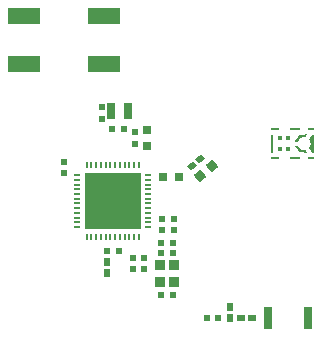
<source format=gtp>
G04 Layer_Color=8421504*
%FSLAX24Y24*%
%MOIN*%
G70*
G01*
G75*
%ADD14R,0.0236X0.0197*%
%ADD15R,0.0315X0.0728*%
%ADD16R,0.0197X0.0236*%
%ADD17R,0.0315X0.0295*%
G04:AMPARAMS|DCode=18|XSize=31.5mil|YSize=29.5mil|CornerRadius=0mil|HoleSize=0mil|Usage=FLASHONLY|Rotation=310.000|XOffset=0mil|YOffset=0mil|HoleType=Round|Shape=Rectangle|*
%AMROTATEDRECTD18*
4,1,4,-0.0214,0.0026,0.0012,0.0216,0.0214,-0.0026,-0.0012,-0.0216,-0.0214,0.0026,0.0*
%
%ADD18ROTATEDRECTD18*%

%ADD19R,0.0197X0.0256*%
%ADD20R,0.0295X0.0315*%
G04:AMPARAMS|DCode=21|XSize=19.7mil|YSize=25.6mil|CornerRadius=0mil|HoleSize=0mil|Usage=FLASHONLY|Rotation=310.000|XOffset=0mil|YOffset=0mil|HoleType=Round|Shape=Rectangle|*
%AMROTATEDRECTD21*
4,1,4,-0.0161,-0.0007,0.0035,0.0158,0.0161,0.0007,-0.0035,-0.0158,-0.0161,-0.0007,0.0*
%
%ADD21ROTATEDRECTD21*%

%ADD22R,0.0256X0.0197*%
%ADD23R,0.1083X0.0551*%
%ADD24O,0.0079X0.0256*%
%ADD25O,0.0256X0.0079*%
%ADD26R,0.1850X0.1850*%
%ADD31R,0.0335X0.0374*%
%ADD32R,0.0295X0.0551*%
%ADD122C,0.0020*%
%ADD123C,0.0081*%
%ADD124R,0.0117X0.0157*%
%ADD125R,0.0104X0.0590*%
%ADD126R,0.0196X0.0098*%
%ADD127R,0.0098X0.0590*%
%ADD128R,0.0275X0.0098*%
%ADD129R,0.0354X0.0098*%
D14*
X14937Y3630D02*
D03*
X14543D02*
D03*
X14937Y4010D02*
D03*
X14543D02*
D03*
X14897Y1471D02*
D03*
X14504D02*
D03*
X14504Y2871D02*
D03*
X14897D02*
D03*
X13087Y2941D02*
D03*
X12694D02*
D03*
X14504Y3211D02*
D03*
X14897D02*
D03*
X13267Y6981D02*
D03*
X12874D02*
D03*
X16417Y699D02*
D03*
X16024D02*
D03*
D15*
X19409Y693D02*
D03*
X18071D02*
D03*
D16*
X13631Y6494D02*
D03*
Y6887D02*
D03*
X11281Y5514D02*
D03*
Y5907D02*
D03*
X13571Y2314D02*
D03*
Y2707D02*
D03*
X13921Y2707D02*
D03*
Y2314D02*
D03*
X12521Y7334D02*
D03*
Y7727D02*
D03*
D17*
X14041Y6956D02*
D03*
Y6425D02*
D03*
D18*
X15799Y5429D02*
D03*
X16206Y5771D02*
D03*
D19*
X12691Y2194D02*
D03*
Y2568D02*
D03*
X16791Y1073D02*
D03*
Y699D02*
D03*
D20*
X15108Y5411D02*
D03*
X14577D02*
D03*
D21*
X15519Y5750D02*
D03*
X15806Y5990D02*
D03*
D22*
X17549Y699D02*
D03*
X17175D02*
D03*
D23*
X9931Y10748D02*
D03*
Y9173D02*
D03*
X12589Y10748D02*
D03*
Y9173D02*
D03*
D24*
X13757Y5781D02*
D03*
X13599D02*
D03*
X13442D02*
D03*
X13284D02*
D03*
X13127D02*
D03*
X12969D02*
D03*
X12812D02*
D03*
X12654D02*
D03*
X12497D02*
D03*
X12339D02*
D03*
X12182D02*
D03*
X12024D02*
D03*
Y3400D02*
D03*
X12182D02*
D03*
X12339D02*
D03*
X12497D02*
D03*
X12654D02*
D03*
X12812D02*
D03*
X12969D02*
D03*
X13127D02*
D03*
X13284D02*
D03*
X13442D02*
D03*
X13599D02*
D03*
X13757D02*
D03*
D25*
X11700Y5457D02*
D03*
Y5299D02*
D03*
Y5142D02*
D03*
Y4984D02*
D03*
Y4827D02*
D03*
Y4669D02*
D03*
Y4512D02*
D03*
Y4354D02*
D03*
Y4197D02*
D03*
Y4039D02*
D03*
Y3882D02*
D03*
Y3724D02*
D03*
X14081D02*
D03*
Y3882D02*
D03*
Y4039D02*
D03*
Y4197D02*
D03*
Y4354D02*
D03*
Y4512D02*
D03*
Y4669D02*
D03*
Y4827D02*
D03*
Y4984D02*
D03*
Y5142D02*
D03*
Y5299D02*
D03*
Y5457D02*
D03*
D26*
X12891Y4591D02*
D03*
D31*
X14474Y2456D02*
D03*
X14927D02*
D03*
Y1885D02*
D03*
X14474D02*
D03*
D32*
X12845Y7581D02*
D03*
X13416D02*
D03*
D122*
X19046Y6428D02*
G03*
X19316Y6273I226J81D01*
G01*
X18982Y6428D02*
G03*
X19347Y6218I290J81D01*
G01*
X19488Y6299D02*
G03*
X19488Y6720I-215J211D01*
G01*
X19456Y6354D02*
G03*
X19456Y6665I-183J155D01*
G01*
X19347Y6801D02*
G03*
X18982Y6590I-75J-292D01*
G01*
X19315Y6746D02*
G03*
X19046Y6590I-43J-236D01*
G01*
X18982Y6428D02*
X19046D01*
X18982Y6590D02*
X19046D01*
X19315Y6273D02*
X19347Y6218D01*
X19456Y6354D02*
X19529Y6227D01*
X19456Y6665D02*
X19530Y6793D01*
X19315Y6746D02*
X19347Y6801D01*
X19466Y6356D02*
X19539Y6228D01*
X19469Y6659D02*
X19544Y6787D01*
D123*
X19027Y6395D02*
G03*
X19296Y6240I245J114D01*
G01*
X19494Y6354D02*
G03*
X19494Y6665I-222J155D01*
G01*
X19296Y6779D02*
G03*
X19027Y6624I-24J-270D01*
G01*
D124*
X18741Y6332D02*
D03*
Y6686D02*
D03*
X18465D02*
D03*
Y6332D02*
D03*
D125*
X19555Y6509D02*
D03*
D126*
X19509Y6027D02*
D03*
Y6992D02*
D03*
D127*
X18200Y6509D02*
D03*
D128*
X18288Y6027D02*
D03*
Y6992D02*
D03*
D129*
X18957Y6027D02*
D03*
Y6992D02*
D03*
M02*

</source>
